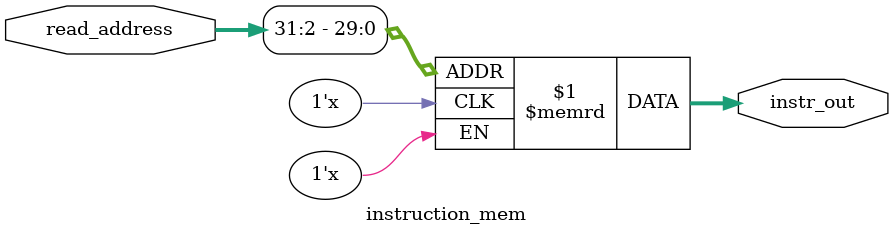
<source format=v>
module instruction_mem(
    read_address, instr_out
);

    input [31:0] read_address;
    output [31:0] instr_out;

    //making memory
    reg [31:0] memory [0:31]; //mem consists of 32 registers each 32 bit wide

    assign instr_out = memory[read_address[31:2]]; //Divide byte address by 4 to get word address

    
endmodule
</source>
